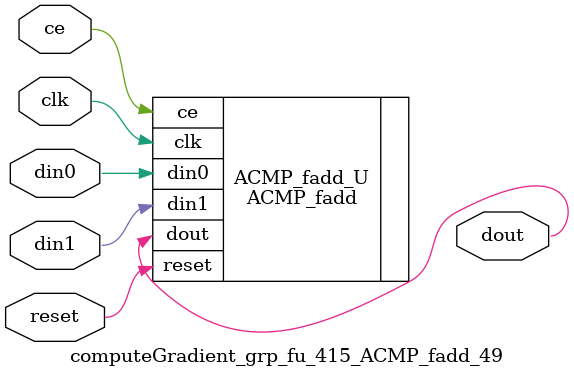
<source format=v>

`timescale 1 ns / 1 ps
module computeGradient_grp_fu_415_ACMP_fadd_49(
    clk,
    reset,
    ce,
    din0,
    din1,
    dout);

parameter ID = 32'd1;
parameter NUM_STAGE = 32'd1;
parameter din0_WIDTH = 32'd1;
parameter din1_WIDTH = 32'd1;
parameter dout_WIDTH = 32'd1;
input clk;
input reset;
input ce;
input[din0_WIDTH - 1:0] din0;
input[din1_WIDTH - 1:0] din1;
output[dout_WIDTH - 1:0] dout;



ACMP_fadd #(
.ID( ID ),
.NUM_STAGE( 4 ),
.din0_WIDTH( din0_WIDTH ),
.din1_WIDTH( din1_WIDTH ),
.dout_WIDTH( dout_WIDTH ))
ACMP_fadd_U(
    .clk( clk ),
    .reset( reset ),
    .ce( ce ),
    .din0( din0 ),
    .din1( din1 ),
    .dout( dout ));

endmodule

</source>
